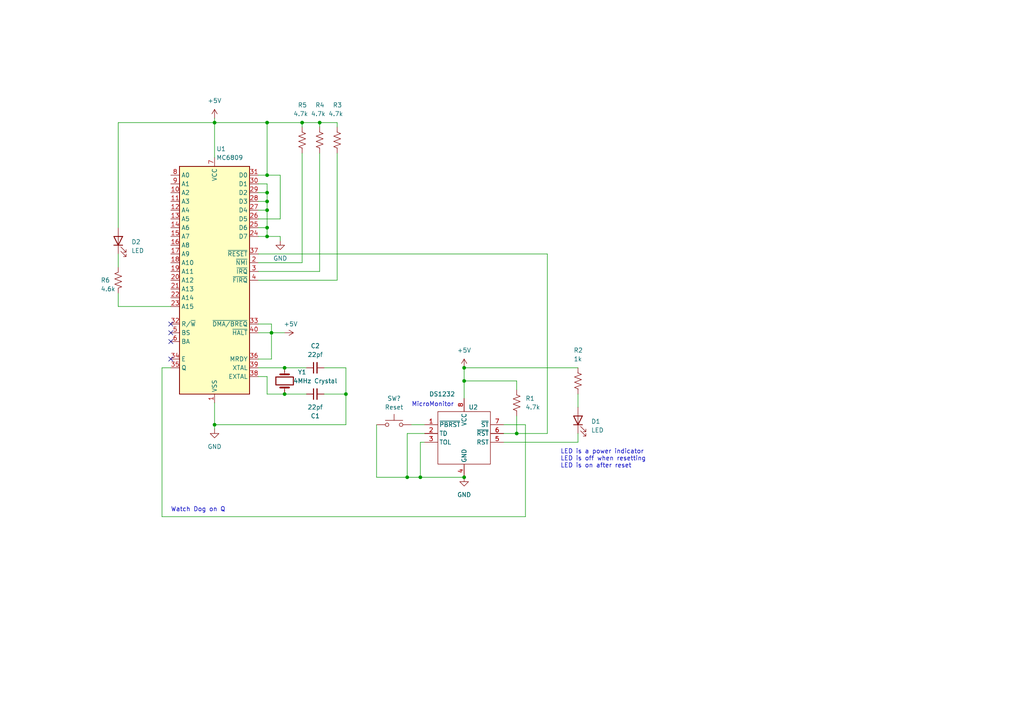
<source format=kicad_sch>
(kicad_sch (version 20211123) (generator eeschema)
  (paper "A4")
  (title_block (title "Free Runner"))
  (lib_symbols
    (symbol "CPU_NXP_6800:MC6809"
      (property "Reference" "U" (at -7.62 34.29 0))
      (property "Value" "MC6809" (at 10.16 34.29 0))
      (symbol "MC6809_0_1"
        (rectangle (start -10.16 -33.02) (end 10.16 33.02) (stroke (width 0.254)) (fill (type background)))
      )
      (symbol "MC6809_1_1"
        (pin power_in line (at 0 -35.56 90) (length 2.54) (name "VSS") (number "1"))
        (pin output line (at 12.7 25.4 180) (length 2.54) (name "A2") (number "10"))
        (pin output line (at 12.7 22.86 180) (length 2.54) (name "A3") (number "11"))
        (pin output line (at 12.7 20.32 180) (length 2.54) (name "A4") (number "12"))
        (pin output line (at 12.7 17.78 180) (length 2.54) (name "A5") (number "13"))
        (pin output line (at 12.7 15.24 180) (length 2.54) (name "A6") (number "14"))
        (pin output line (at 12.7 12.7 180) (length 2.54) (name "A7") (number "15"))
        (pin output line (at 12.7 10.16 180) (length 2.54) (name "A8") (number "16"))
        (pin output line (at 12.7 7.62 180) (length 2.54) (name "A9") (number "17"))
        (pin output line (at 12.7 5.08 180) (length 2.54) (name "A10") (number "18"))
        (pin output line (at 12.7 2.54 180) (length 2.54) (name "A11") (number "19"))
        (pin input line (at -12.7 5.08 0) (length 2.54) (name "~{NMI}") (number "2"))
        (pin output line (at 12.7 0 180) (length 2.54) (name "A12") (number "20"))
        (pin output line (at 12.7 -2.54 180) (length 2.54) (name "A13") (number "21"))
        (pin output line (at 12.7 -5.08 180) (length 2.54) (name "A14") (number "22"))
        (pin output line (at 12.7 -7.62 180) (length 2.54) (name "A15") (number "23"))
        (pin bidirectional line (at -12.7 12.7 0) (length 2.54) (name "D7") (number "24"))
        (pin bidirectional line (at -12.7 15.24 0) (length 2.54) (name "D6") (number "25"))
        (pin bidirectional line (at -12.7 17.78 0) (length 2.54) (name "D5") (number "26"))
        (pin bidirectional line (at -12.7 20.32 0) (length 2.54) (name "D4") (number "27"))
        (pin bidirectional line (at -12.7 22.86 0) (length 2.54) (name "D3") (number "28"))
        (pin bidirectional line (at -12.7 25.4 0) (length 2.54) (name "D2") (number "29"))
        (pin input line (at -12.7 2.54 0) (length 2.54) (name "~{IRQ}") (number "3"))
        (pin bidirectional line (at -12.7 27.94 0) (length 2.54) (name "D1") (number "30"))
        (pin bidirectional line (at -12.7 30.48 0) (length 2.54) (name "D0") (number "31"))
        (pin output line (at 12.7 -12.7 180) (length 2.54) (name "R/~{W}") (number "32"))
        (pin input line (at -12.7 -12.7 0) (length 2.54) (name "~{DMA/BREQ}") (number "33"))
        (pin output line (at 12.7 -22.86 180) (length 2.54) (name "E") (number "34"))
        (pin output line (at 12.7 -25.4 180) (length 2.54) (name "Q") (number "35"))
        (pin input line (at -12.7 -22.86 0) (length 2.54) (name "MRDY") (number "36"))
        (pin input line (at -12.7 7.62 0) (length 2.54) (name "~{RESET}") (number "37"))
        (pin input line (at -12.7 -27.94 0) (length 2.54) (name "EXTAL") (number "38"))
        (pin input line (at -12.7 -25.4 0) (length 2.54) (name "XTAL") (number "39"))
        (pin input line (at -12.7 0 0) (length 2.54) (name "~{FIRQ}") (number "4"))
        (pin input line (at -12.7 -15.24 0) (length 2.54) (name "~{HALT}") (number "40"))
        (pin output line (at 12.7 -15.24 180) (length 2.54) (name "BS") (number "5"))
        (pin output line (at 12.7 -17.78 180) (length 2.54) (name "BA") (number "6"))
        (pin power_in line (at 0 35.56 270) (length 2.54) (name "VCC") (number "7"))
        (pin output line (at 12.7 30.48 180) (length 2.54) (name "A0") (number "8"))
        (pin output line (at 12.7 27.94 180) (length 2.54) (name "A1") (number "9"))
      )
    )
    (symbol "Device:C_Small" (pin_numbers hide) (pin_names (offset 0.254) hide)
      (property "Reference" "C" (at 0.254 1.778 0))
      (property "Value" "C_Small" (at 0.254 -2.032 0))
      (symbol "C_Small_0_1"
        (polyline (pts (xy -1.524 -0.508) (xy 1.524 -0.508)) (stroke (width 0.3302)))
        (polyline (pts (xy -1.524 0.508) (xy 1.524 0.508)) (stroke (width 0.3048)))
      )
      (symbol "C_Small_1_1"
        (pin passive line (at 0 2.54 270) (length 2.032) (name "~") (number "1"))
        (pin passive line (at 0 -2.54 90) (length 2.032) (name "~") (number "2"))
      )
    )
    (symbol "Device:Crystal" (pin_numbers hide) (pin_names (offset 1.016) hide)
      (property "Reference" "Y" (at 0 3.81 0))
      (property "Value" "Crystal" (at 0 -3.81 0))
      (symbol "Crystal_0_1"
        (rectangle (start -1.143 2.54) (end 1.143 -2.54) (stroke (width 0.3048)))
        (polyline (pts (xy -2.54 0) (xy -1.905 0)))
        (polyline (pts (xy -1.905 -1.27) (xy -1.905 1.27)) (stroke (width 0.508)))
        (polyline (pts (xy 1.905 -1.27) (xy 1.905 1.27)) (stroke (width 0.508)))
        (polyline (pts (xy 2.54 0) (xy 1.905 0)))
      )
      (symbol "Crystal_1_1"
        (pin passive line (at -3.81 0 0) (length 1.27) (name "1") (number "1"))
        (pin passive line (at 3.81 0 180) (length 1.27) (name "2") (number "2"))
      )
    )
    (symbol "Device:LED" (pin_numbers hide) (pin_names (offset 1.016) hide)
      (property "Reference" "D" (at 0 2.54 0))
      (property "Value" "LED" (at 0 -2.54 0))
      (symbol "LED_0_1"
        (polyline (pts (xy -1.27 -1.27) (xy -1.27 1.27)) (stroke (width 0.254)))
        (polyline (pts (xy -1.27 0) (xy 1.27 0)))
        (polyline (pts (xy 1.27 -1.27) (xy 1.27 1.27) (xy -1.27 0) (xy 1.27 -1.27)) (stroke (width 0.254)))
        (polyline (pts (xy -3.048 -0.762) (xy -4.572 -2.286) (xy -3.81 -2.286) (xy -4.572 -2.286) (xy -4.572 -1.524)))
        (polyline (pts (xy -1.778 -0.762) (xy -3.302 -2.286) (xy -2.54 -2.286) (xy -3.302 -2.286) (xy -3.302 -1.524)))
      )
      (symbol "LED_1_1"
        (pin passive line (at -3.81 0 0) (length 2.54) (name "K") (number "1"))
        (pin passive line (at 3.81 0 180) (length 2.54) (name "A") (number "2"))
      )
    )
    (symbol "Device:R_US" (pin_numbers hide) (pin_names (offset 0))
      (property "Reference" "R" (at 2.54 0 90))
      (property "Value" "R_US" (at -2.54 0 90))
      (symbol "R_US_0_1"
        (polyline (pts (xy 0 -2.286) (xy 0 -2.54)))
        (polyline (pts (xy 0 2.286) (xy 0 2.54)))
        (polyline (pts (xy 0 -0.762) (xy 1.016 -1.143) (xy 0 -1.524) (xy -1.016 -1.905) (xy 0 -2.286)))
        (polyline (pts (xy 0 0.762) (xy 1.016 0.381) (xy 0 0) (xy -1.016 -0.381) (xy 0 -0.762)))
        (polyline (pts (xy 0 2.286) (xy 1.016 1.905) (xy 0 1.524) (xy -1.016 1.143) (xy 0 0.762)))
      )
      (symbol "R_US_1_1"
        (pin passive line (at 0 3.81 270) (length 1.27) (name "~") (number "1"))
        (pin passive line (at 0 -3.81 90) (length 1.27) (name "~") (number "2"))
      )
    )
    (symbol "Switch:SW_Push" (pin_numbers hide) (pin_names (offset 1.016) hide)
      (property "Reference" "SW" (at 1.27 2.54 0))
      (property "Value" "SW_Push" (at 0 -1.524 0))
      (symbol "SW_Push_0_1"
        (circle (center -2.032 0) (radius 0.508))
        (polyline (pts (xy 0 1.27) (xy 0 3.048)))
        (polyline (pts (xy 2.54 1.27) (xy -2.54 1.27)))
        (circle (center 2.032 0) (radius 0.508))
        (pin passive line (at -5.08 0 0) (length 2.54) (name "1") (number "1"))
        (pin passive line (at 5.08 0 180) (length 2.54) (name "2") (number "2"))
      )
    )
    (symbol "Will_Symbols:DS1232"
      (property "Reference" "U" (at 3.81 12.7 0))
      (property "Value" "DS1232" (at 6.35 10.16 0))
      (symbol "DS1232_0_1"
        (rectangle (start -7.62 7.62) (end 7.62 -7.62))
      )
      (symbol "DS1232_1_1"
        (pin input line (at -11.43 3.81 0) (length 3.7) (name "~{PBRST}") (number "1"))
        (pin passive line (at -11.43 1.27 0) (length 3.7) (name "TD") (number "2"))
        (pin passive line (at -11.43 -1.27 0) (length 3.7) (name "TOL") (number "3"))
        (pin power_in line (at 0 -11.43 90) (length 3.7) (name "GND") (number "4"))
        (pin output line (at 11.43 -1.27 180) (length 3.7) (name "RST") (number "5"))
        (pin output line (at 11.43 1.27 180) (length 3.7) (name "~{RST}") (number "6"))
        (pin input line (at 11.43 3.81 180) (length 3.7) (name "~{ST}") (number "7"))
        (pin power_in line (at 0 11.43 270) (length 3.7) (name "VCC") (number "8"))
      )
    )
    (symbol "power:+5V" (power) (pin_names (offset 0))
      (property "Value" "+5V" (at 0 3.556 0))
      (symbol "+5V_0_1"
        (polyline (pts (xy -0.762 1.27) (xy 0 2.54)))
        (polyline (pts (xy 0 0) (xy 0 2.54)))
        (polyline (pts (xy 0 2.54) (xy 0.762 1.27)))
      )
      (symbol "+5V_1_1"
        (pin power_in line (at 0 0 90) (length 0) hide (name "+5V") (number "1"))
      )
    )
    (symbol "power:GND" (power) (pin_names (offset 0))
      (property "Value" "GND" (at 0 -3.81 0))
      (symbol "GND_0_1"
        (polyline (pts (xy 0 0) (xy 0 -1.27) (xy 1.27 -1.27) (xy 0 -2.54) (xy -1.27 -1.27) (xy 0 -1.27)))
      )
      (symbol "GND_1_1"
        (pin power_in line (at 0 0 270) (length 0) hide (name "GND") (number "1"))
      )
    )
  )
  (junction (at 77.47 58.42))
  (junction (at 82.55 106.68))
  (junction (at 77.47 66.04))
  (junction (at 77.47 50.8))
  (junction (at 149.86 125.73))
  (junction (at 77.47 55.88))
  (junction (at 134.62 106.68))
  (junction (at 134.62 138.43))
  (junction (at 78.74 96.52))
  (junction (at 77.47 68.58))
  (junction (at 121.92 138.43))
  (junction (at 77.47 35.56))
  (junction (at 77.47 60.96))
  (junction (at 62.23 35.56))
  (junction (at 82.55 114.3))
  (junction (at 92.71 35.56))
  (junction (at 87.63 35.56))
  (junction (at 62.23 123.19))
  (junction (at 118.11 138.43))
  (junction (at 100.33 114.3))
  (junction (at 134.62 110.49))
  (no_connect (at 49.53 96.52))
  (no_connect (at 49.53 93.98))
  (no_connect (at 49.53 104.14))
  (no_connect (at 49.53 99.06))
  (wire (pts (xy 46.99 149.86) (xy 152.4 149.86)))
  (wire (pts (xy 146.05 125.73) (xy 149.86 125.73)))
  (wire (pts (xy 34.29 88.9) (xy 49.53 88.9)))
  (wire (pts (xy 149.86 113.03) (xy 149.86 110.49)))
  (wire (pts (xy 34.29 35.56) (xy 62.23 35.56)))
  (wire (pts (xy 74.93 63.5) (xy 81.28 63.5)))
  (wire (pts (xy 34.29 85.09) (xy 34.29 88.9)))
  (wire (pts (xy 93.98 114.3) (xy 100.33 114.3)))
  (wire (pts (xy 87.63 35.56) (xy 77.47 35.56)))
  (wire (pts (xy 34.29 77.47) (xy 34.29 73.66)))
  (wire (pts (xy 121.92 138.43) (xy 134.62 138.43)))
  (wire (pts (xy 77.47 58.42) (xy 77.47 60.96)))
  (wire (pts (xy 167.64 125.73) (xy 167.64 128.27)))
  (wire (pts (xy 100.33 106.68) (xy 100.33 114.3)))
  (wire (pts (xy 146.05 123.19) (xy 152.4 123.19)))
  (wire (pts (xy 152.4 149.86) (xy 152.4 123.19)))
  (wire (pts (xy 74.93 81.28) (xy 97.79 81.28)))
  (wire (pts (xy 62.23 123.19) (xy 62.23 124.46)))
  (wire (pts (xy 74.93 104.14) (xy 78.74 104.14)))
  (wire (pts (xy 149.86 120.65) (xy 149.86 125.73)))
  (wire (pts (xy 119.38 123.19) (xy 123.19 123.19)))
  (wire (pts (xy 62.23 34.29) (xy 62.23 35.56)))
  (wire (pts (xy 74.93 73.66) (xy 158.75 73.66)))
  (wire (pts (xy 74.93 93.98) (xy 78.74 93.98)))
  (wire (pts (xy 149.86 125.73) (xy 158.75 125.73)))
  (wire (pts (xy 62.23 116.84) (xy 62.23 123.19)))
  (wire (pts (xy 134.62 110.49) (xy 149.86 110.49)))
  (wire (pts (xy 81.28 50.8) (xy 81.28 63.5)))
  (wire (pts (xy 74.93 53.34) (xy 77.47 53.34)))
  (wire (pts (xy 77.47 53.34) (xy 77.47 55.88)))
  (wire (pts (xy 77.47 60.96) (xy 77.47 66.04)))
  (wire (pts (xy 134.62 110.49) (xy 134.62 115.57)))
  (wire (pts (xy 100.33 123.19) (xy 62.23 123.19)))
  (wire (pts (xy 82.55 106.68) (xy 88.9 106.68)))
  (wire (pts (xy 81.28 68.58) (xy 81.28 69.85)))
  (wire (pts (xy 158.75 73.66) (xy 158.75 125.73)))
  (wire (pts (xy 74.93 60.96) (xy 77.47 60.96)))
  (wire (pts (xy 34.29 35.56) (xy 34.29 66.04)))
  (wire (pts (xy 78.74 96.52) (xy 82.55 96.52)))
  (wire (pts (xy 82.55 114.3) (xy 77.47 114.3)))
  (wire (pts (xy 167.64 128.27) (xy 146.05 128.27)))
  (wire (pts (xy 121.92 128.27) (xy 121.92 138.43)))
  (wire (pts (xy 97.79 36.83) (xy 97.79 35.56)))
  (wire (pts (xy 92.71 35.56) (xy 87.63 35.56)))
  (wire (pts (xy 77.47 50.8) (xy 81.28 50.8)))
  (wire (pts (xy 74.93 55.88) (xy 77.47 55.88)))
  (wire (pts (xy 78.74 104.14) (xy 78.74 96.52)))
  (wire (pts (xy 134.62 106.68) (xy 167.64 106.68)))
  (wire (pts (xy 78.74 93.98) (xy 78.74 96.52)))
  (wire (pts (xy 74.93 66.04) (xy 77.47 66.04)))
  (wire (pts (xy 167.64 114.3) (xy 167.64 118.11)))
  (wire (pts (xy 92.71 78.74) (xy 92.71 44.45)))
  (wire (pts (xy 109.22 123.19) (xy 109.22 138.43)))
  (wire (pts (xy 77.47 35.56) (xy 77.47 50.8)))
  (wire (pts (xy 82.55 114.3) (xy 88.9 114.3)))
  (wire (pts (xy 74.93 96.52) (xy 78.74 96.52)))
  (wire (pts (xy 62.23 35.56) (xy 62.23 45.72)))
  (wire (pts (xy 77.47 114.3) (xy 77.47 109.22)))
  (wire (pts (xy 109.22 138.43) (xy 118.11 138.43)))
  (wire (pts (xy 100.33 114.3) (xy 100.33 123.19)))
  (wire (pts (xy 46.99 149.86) (xy 46.99 106.68)))
  (wire (pts (xy 74.93 50.8) (xy 77.47 50.8)))
  (wire (pts (xy 74.93 106.68) (xy 82.55 106.68)))
  (wire (pts (xy 74.93 78.74) (xy 92.71 78.74)))
  (wire (pts (xy 123.19 128.27) (xy 121.92 128.27)))
  (wire (pts (xy 118.11 125.73) (xy 118.11 138.43)))
  (wire (pts (xy 134.62 106.68) (xy 134.62 110.49)))
  (wire (pts (xy 118.11 138.43) (xy 121.92 138.43)))
  (wire (pts (xy 93.98 106.68) (xy 100.33 106.68)))
  (wire (pts (xy 123.19 125.73) (xy 118.11 125.73)))
  (wire (pts (xy 74.93 76.2) (xy 87.63 76.2)))
  (wire (pts (xy 74.93 68.58) (xy 77.47 68.58)))
  (wire (pts (xy 97.79 35.56) (xy 92.71 35.56)))
  (wire (pts (xy 77.47 109.22) (xy 74.93 109.22)))
  (wire (pts (xy 77.47 55.88) (xy 77.47 58.42)))
  (wire (pts (xy 97.79 81.28) (xy 97.79 44.45)))
  (wire (pts (xy 74.93 58.42) (xy 77.47 58.42)))
  (wire (pts (xy 77.47 68.58) (xy 81.28 68.58)))
  (wire (pts (xy 87.63 44.45) (xy 87.63 76.2)))
  (wire (pts (xy 87.63 35.56) (xy 87.63 36.83)))
  (wire (pts (xy 92.71 35.56) (xy 92.71 36.83)))
  (wire (pts (xy 77.47 35.56) (xy 62.23 35.56)))
  (wire (pts (xy 46.99 106.68) (xy 49.53 106.68)))
  (wire (pts (xy 77.47 66.04) (xy 77.47 68.58)))
  (text "MicroMonitor" (at 119.38 118.11 0) (effects (font (size 1.27 1.27)) (justify left bottom)))
  (text "LED is a power indicator\nLED is off when resetting\nLED is on after reset" (at 162.56 135.89 0) (effects (font (size 1.27 1.27)) (justify left bottom)))
  (text "Watch Dog on Q" (at 49.53 148.59 0) (effects (font (size 1.27 1.27)) (justify left bottom)))
  (symbol (lib_id "Device:R_US") (at 167.64 110.49 180) (unit 1)
    (property "Reference" "R2" (at 166.37 101.6 0) (effects (justify right)))
    (property "Value" "1k" (at 166.37 104.14 0) (effects (justify right)))
  )
  (symbol (lib_id "Device:C_Small") (at 91.44 114.3 90) (unit 1)
    (property "Reference" "C1" (at 91.44 120.65 90))
    (property "Value" "22pf" (at 91.44 118.11 90))
  )
  (symbol (lib_id "power:+5V") (at 62.23 34.29 0) (unit 1)
    (property "Reference" "#PWR?" (effects hide))
    (property "Value" "+5V" (at 62.23 29.21 0))
  )
  (symbol (lib_id "Device:R_US") (at 149.86 116.84 0) (unit 1)
    (property "Reference" "R1" (at 152.4 115.5699 0) (effects (justify left)))
    (property "Value" "4.7k" (at 152.4 118.1099 0) (effects (justify left)))
  )
  (symbol (lib_id "Device:Crystal") (at 82.55 110.49 90) (unit 1)
    (property "Reference" "Y1" (at 86.36 107.95 90) (effects (justify right)))
    (property "Value" "4MHz Crystal" (at 85.09 110.49 90) (effects (justify right)))
  )
  (symbol (lib_id "Device:C_Small") (at 91.44 106.68 90) (unit 1)
    (property "Reference" "C2" (at 91.4463 100.33 90))
    (property "Value" "22pf" (at 91.4463 102.87 90))
  )
  (symbol (lib_id "Device:LED") (at 167.64 121.92 90) (unit 1)
    (property "Reference" "D1" (at 171.45 122.2374 90) (effects (justify right)))
    (property "Value" "LED" (at 171.45 124.7774 90) (effects (justify right)))
  )
  (symbol (lib_id "Device:R_US") (at 92.71 40.64 180) (unit 1)
    (property "Reference" "R4" (at 91.44 30.48 0) (effects (justify right)))
    (property "Value" "4.7k" (at 90.17 33.02 0) (effects (justify right)))
  )
  (symbol (lib_id "power:+5V") (at 82.55 96.52 270) (unit 1)
    (property "Reference" "#PWR?" (effects hide))
    (property "Value" "+5V" (at 86.36 93.98 90) (effects (justify right)))
  )
  (symbol (lib_id "power:GND") (at 134.62 138.43 0) (unit 1)
    (property "Reference" "#PWR?" (effects hide))
    (property "Value" "GND" (at 134.62 143.51 0))
  )
  (symbol (lib_id "Switch:SW_Push") (at 114.3 123.19 0) (unit 1)
    (property "Reference" "SW?" (at 114.3 115.57 0))
    (property "Value" "Reset" (at 114.3 118.11 0))
  )
  (symbol (lib_id "Device:LED") (at 34.29 69.85 90) (unit 1)
    (property "Reference" "D2" (at 38.1 70.1674 90) (effects (justify right)))
    (property "Value" "LED" (at 38.1 72.7074 90) (effects (justify right)))
  )
  (symbol (lib_id "Device:R_US") (at 97.79 40.64 180) (unit 1)
    (property "Reference" "R3" (at 96.52 30.48 0) (effects (justify right)))
    (property "Value" "4.7k" (at 95.25 33.02 0) (effects (justify right)))
  )
  (symbol (lib_id "Device:R_US") (at 34.29 81.28 0) (mirror y) (unit 1)
    (property "Reference" "R6" (at 29.21 81.28 0) (effects (justify right)))
    (property "Value" "4.6k" (at 29.21 83.82 0) (effects (justify right)))
  )
  (symbol (lib_id "CPU_NXP_6800:MC6809") (at 62.23 81.28 0) (mirror y) (unit 1)
    (property "Reference" "U1" (at 62.7506 43.18 0) (effects (justify right)))
    (property "Value" "MC6809" (at 62.7506 45.72 0) (effects (justify right)))
    (property "Footprint" "Package_DIP:DIP-40_W15.24mm" (effects hide))
    (property "Datasheet" "http://pdf.datasheetcatalog.com/datasheet/motorola/MC68B09S.pdf" (effects hide))
  )
  (symbol (lib_id "power:GND") (at 81.28 69.85 0) (unit 1)
    (property "Reference" "#PWR?" (effects hide))
    (property "Value" "GND" (at 81.28 74.93 0))
  )
  (symbol (lib_id "power:GND") (at 62.23 124.46 0) (unit 1)
    (property "Reference" "#PWR?" (effects hide))
    (property "Value" "GND" (at 62.23 129.54 0))
  )
  (symbol (lib_id "power:+5V") (at 134.62 106.68 0) (unit 1)
    (property "Reference" "#PWR?" (effects hide))
    (property "Value" "+5V" (at 134.62 101.6 0))
  )
  (symbol (lib_id "Device:R_US") (at 87.63 40.64 180) (unit 1)
    (property "Reference" "R5" (at 86.36 30.48 0) (effects (justify right)))
    (property "Value" "4.7k" (at 85.09 33.02 0) (effects (justify right)))
  )
  (symbol (lib_id "Will_Symbols:DS1232") (at 134.62 127 0) (unit 1)
    (property "Reference" "U2" (at 135.89 118.11 0) (effects (justify left)))
    (property "Value" "DS1232" (at 124.46 114.3 0) (effects (justify left)))
  )
)
</source>
